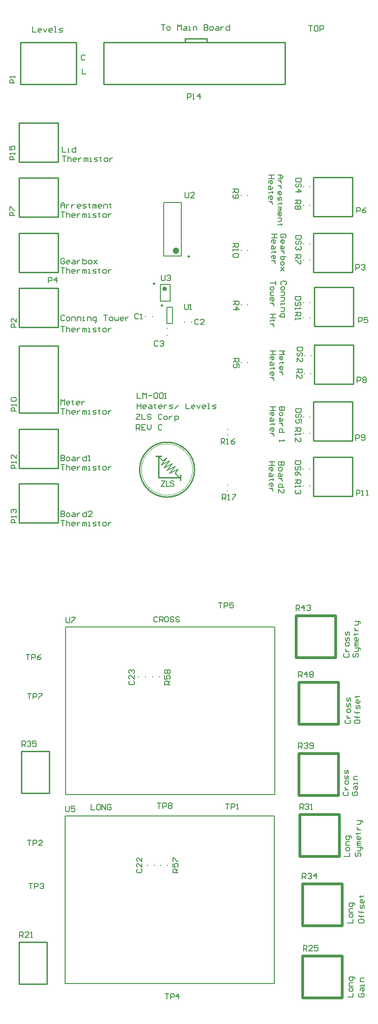
<source format=gbr>
G04 Layer_Color=65535*
%FSLAX26Y26*%
%MOIN*%
%TF.FileFunction,Legend,Top*%
%TF.Part,Single*%
G01*
G75*
%TA.AperFunction,NonConductor*%
%ADD46C,0.007874*%
%ADD47C,0.009842*%
%ADD48C,0.023622*%
%ADD67C,0.003937*%
%ADD68C,0.010000*%
%ADD69C,0.015748*%
%ADD70C,0.005000*%
%ADD71C,0.020000*%
D46*
X1168048Y5005364D02*
X1207418D01*
X1168048Y4887254D02*
X1207418D01*
X1168048D02*
Y5005364D01*
X1207418Y4887254D02*
Y5005364D01*
X1273010Y5370338D02*
Y5756164D01*
X1147026Y5370338D02*
Y5756164D01*
Y5370338D02*
X1273010D01*
X1147026Y5756164D02*
X1273010D01*
X1602534Y4133056D02*
X1606472D01*
X1602534Y4089748D02*
X1606472D01*
X2147578Y4099774D02*
Y4103712D01*
X2190884Y4099774D02*
Y4103712D01*
X2147362Y5868032D02*
Y5871970D01*
X2192636Y5868032D02*
Y5871970D01*
X1602536Y3733056D02*
X1606474D01*
X1602536Y3689750D02*
X1606474D01*
X1746002Y4607646D02*
Y4611584D01*
X1702696Y4607646D02*
Y4611584D01*
X1746004Y5021032D02*
Y5024970D01*
X1702696Y5021032D02*
Y5024970D01*
X1746002Y5410798D02*
Y5414736D01*
X1702694Y5410798D02*
Y5414736D01*
X2147576Y3725760D02*
Y3729696D01*
X2190884Y3725760D02*
Y3729696D01*
X2147362Y4218032D02*
Y4221968D01*
X2192638Y4218032D02*
Y4221968D01*
X1120806Y5047686D02*
X1191672D01*
X1120806Y5167766D02*
X1191672D01*
Y5047686D02*
Y5167766D01*
X1120806Y5047686D02*
Y5167766D01*
X2147576Y5733634D02*
Y5737572D01*
X2190882Y5733634D02*
Y5737572D01*
X2147576Y5339930D02*
Y5343868D01*
X2190884Y5339930D02*
Y5343868D01*
X2155448Y4528908D02*
Y4532844D01*
X2198756Y4528908D02*
Y4532844D01*
X2147576Y4926544D02*
Y4930480D01*
X2190884Y4926544D02*
Y4930480D01*
X2146592Y3843870D02*
Y3847808D01*
X2191868Y3843870D02*
Y3847808D01*
X2147362Y5458032D02*
Y5461968D01*
X2192638Y5458032D02*
Y5461968D01*
X2157362Y4658032D02*
Y4661970D01*
X2202636Y4658032D02*
Y4661970D01*
X2147362Y5038032D02*
Y5041968D01*
X2192638Y5038032D02*
Y5041968D01*
X1746002Y5804498D02*
Y5808436D01*
X1702694Y5804498D02*
Y5808436D01*
X438324Y160208D02*
X1938324D01*
Y1360208D01*
X438324D02*
X1938324D01*
X438324Y835208D02*
Y1360208D01*
Y160208D02*
Y685208D01*
Y760208D01*
Y835208D01*
X443246Y2113554D02*
Y2188554D01*
Y2038554D02*
Y2113554D01*
Y1513554D02*
Y2038554D01*
Y2188554D02*
Y2713554D01*
X1943246D01*
Y1513554D02*
Y2713554D01*
X443246Y1513554D02*
X1943246D01*
X1064606Y4938032D02*
Y4941970D01*
X1015394Y4938032D02*
Y4941970D01*
X1295394Y4898032D02*
Y4901968D01*
X1344606Y4898032D02*
Y4901968D01*
X1168032Y4854606D02*
X1171968D01*
X1168032Y4805394D02*
X1171968D01*
X966394Y2357032D02*
Y2360968D01*
X1015606Y2357032D02*
Y2360968D01*
X1113622Y2358032D02*
Y2361968D01*
X1066378Y2358032D02*
Y2361968D01*
X1173622Y1008030D02*
Y1011968D01*
X1126378Y1008030D02*
Y1011968D01*
X1030394Y1008032D02*
Y1011968D01*
X1079606Y1008032D02*
Y1011968D01*
X417874Y6153358D02*
Y6114001D01*
X444112D01*
X457231D02*
X470351D01*
X463791D01*
Y6140239D01*
X457231D01*
X516267Y6153358D02*
Y6114001D01*
X496589D01*
X490029Y6120560D01*
Y6133679D01*
X496589Y6140239D01*
X516267D01*
X417874Y6087231D02*
X444112D01*
X430993D01*
Y6047874D01*
X457231Y6087231D02*
Y6047874D01*
Y6067553D01*
X463791Y6074112D01*
X476910D01*
X483470Y6067553D01*
Y6047874D01*
X516268D02*
X503148D01*
X496589Y6054434D01*
Y6067553D01*
X503148Y6074112D01*
X516268D01*
X522827Y6067553D01*
Y6060993D01*
X496589D01*
X535946Y6074112D02*
Y6047874D01*
Y6060993D01*
X542506Y6067553D01*
X549065Y6074112D01*
X555625D01*
X575304Y6047874D02*
Y6074112D01*
X581863D01*
X588423Y6067553D01*
Y6047874D01*
Y6067553D01*
X594982Y6074112D01*
X601542Y6067553D01*
Y6047874D01*
X614661D02*
X627780D01*
X621221D01*
Y6074112D01*
X614661D01*
X647459Y6047874D02*
X667138D01*
X673697Y6054434D01*
X667138Y6060993D01*
X654018D01*
X647459Y6067553D01*
X654018Y6074112D01*
X673697D01*
X693376Y6080672D02*
Y6074112D01*
X686816D01*
X699935D01*
X693376D01*
Y6054434D01*
X699935Y6047874D01*
X726174D02*
X739293D01*
X745852Y6054434D01*
Y6067553D01*
X739293Y6074112D01*
X726174D01*
X719614Y6067553D01*
Y6054434D01*
X726174Y6047874D01*
X758971Y6074112D02*
Y6047874D01*
Y6060993D01*
X765531Y6067553D01*
X772091Y6074112D01*
X778650D01*
X1974001Y4692126D02*
X2013358D01*
X2000239Y4679007D01*
X2013358Y4665888D01*
X1974001D01*
Y4633090D02*
Y4646209D01*
X1980560Y4652769D01*
X1993679D01*
X2000239Y4646209D01*
Y4633090D01*
X1993679Y4626530D01*
X1987120D01*
Y4652769D01*
X2006798Y4606852D02*
X2000239D01*
Y4613411D01*
Y4600292D01*
Y4606852D01*
X1980560D01*
X1974001Y4600292D01*
Y4560935D02*
Y4574054D01*
X1980560Y4580613D01*
X1993679D01*
X2000239Y4574054D01*
Y4560935D01*
X1993679Y4554375D01*
X1987120D01*
Y4580613D01*
X2000239Y4541256D02*
X1974001D01*
X1987120D01*
X1993679Y4534696D01*
X2000239Y4528137D01*
Y4521577D01*
X1947231Y4692126D02*
X1907874D01*
X1927553D01*
Y4665888D01*
X1947231D01*
X1907874D01*
Y4633090D02*
Y4646209D01*
X1914434Y4652769D01*
X1927553D01*
X1934112Y4646209D01*
Y4633090D01*
X1927553Y4626530D01*
X1920993D01*
Y4652769D01*
X1934112Y4606852D02*
Y4593733D01*
X1927553Y4587173D01*
X1907874D01*
Y4606852D01*
X1914434Y4613411D01*
X1920993Y4606852D01*
Y4587173D01*
X1940672Y4567494D02*
X1934112D01*
Y4574054D01*
Y4560935D01*
Y4567494D01*
X1914434D01*
X1907874Y4560935D01*
Y4521577D02*
Y4534696D01*
X1914434Y4541256D01*
X1927553D01*
X1934112Y4534696D01*
Y4521577D01*
X1927553Y4515018D01*
X1920993D01*
Y4541256D01*
X1934112Y4501899D02*
X1907874D01*
X1920993D01*
X1927553Y4495339D01*
X1934112Y4488779D01*
Y4482220D01*
X2008358Y3897126D02*
X1969001D01*
Y3877447D01*
X1975560Y3870888D01*
X1982120D01*
X1988679Y3877447D01*
Y3897126D01*
Y3877447D01*
X1995239Y3870888D01*
X2001798D01*
X2008358Y3877447D01*
Y3897126D01*
X1969001Y3851209D02*
Y3838090D01*
X1975560Y3831530D01*
X1988679D01*
X1995239Y3838090D01*
Y3851209D01*
X1988679Y3857769D01*
X1975560D01*
X1969001Y3851209D01*
X1995239Y3811852D02*
Y3798733D01*
X1988679Y3792173D01*
X1969001D01*
Y3811852D01*
X1975560Y3818411D01*
X1982120Y3811852D01*
Y3792173D01*
X1995239Y3779054D02*
X1969001D01*
X1982120D01*
X1988679Y3772494D01*
X1995239Y3765935D01*
Y3759375D01*
X2008358Y3713458D02*
X1969001D01*
Y3733137D01*
X1975560Y3739696D01*
X1988679D01*
X1995239Y3733137D01*
Y3713458D01*
X1969001Y3674101D02*
Y3700339D01*
X1995239Y3674101D01*
X2001798D01*
X2008358Y3680660D01*
Y3693779D01*
X2001798Y3700339D01*
X1942231Y3897126D02*
X1902874D01*
X1922553D01*
Y3870888D01*
X1942231D01*
X1902874D01*
Y3838090D02*
Y3851209D01*
X1909434Y3857769D01*
X1922553D01*
X1929112Y3851209D01*
Y3838090D01*
X1922553Y3831530D01*
X1915993D01*
Y3857769D01*
X1929112Y3811852D02*
Y3798733D01*
X1922553Y3792173D01*
X1902874D01*
Y3811852D01*
X1909434Y3818411D01*
X1915993Y3811852D01*
Y3792173D01*
X1935672Y3772494D02*
X1929112D01*
Y3779054D01*
Y3765935D01*
Y3772494D01*
X1909434D01*
X1902874Y3765935D01*
Y3726577D02*
Y3739696D01*
X1909434Y3746256D01*
X1922553D01*
X1929112Y3739696D01*
Y3726577D01*
X1922553Y3720018D01*
X1915993D01*
Y3746256D01*
X1929112Y3706899D02*
X1902874D01*
X1915993D01*
X1922553Y3700339D01*
X1929112Y3693780D01*
Y3687220D01*
X2019917Y5165888D02*
X2026477Y5172447D01*
Y5185566D01*
X2019917Y5192126D01*
X1993679D01*
X1987120Y5185566D01*
Y5172447D01*
X1993679Y5165888D01*
X1987120Y5146209D02*
Y5133090D01*
X1993679Y5126530D01*
X2006798D01*
X2013358Y5133090D01*
Y5146209D01*
X2006798Y5152769D01*
X1993679D01*
X1987120Y5146209D01*
Y5113411D02*
X2013358D01*
Y5093733D01*
X2006798Y5087173D01*
X1987120D01*
Y5074054D02*
X2013358D01*
Y5054375D01*
X2006798Y5047816D01*
X1987120D01*
Y5034696D02*
Y5021577D01*
Y5028137D01*
X2013358D01*
Y5034696D01*
X1987120Y5001899D02*
X2013358D01*
Y4982220D01*
X2006798Y4975660D01*
X1987120D01*
X1974001Y4949422D02*
Y4942863D01*
X1980560Y4936303D01*
X2013358D01*
Y4955982D01*
X2006798Y4962541D01*
X1993679D01*
X1987120Y4955982D01*
Y4936303D01*
X1947231Y5192126D02*
Y5165888D01*
Y5179007D01*
X1907874D01*
Y5146209D02*
Y5133090D01*
X1914434Y5126530D01*
X1927553D01*
X1934112Y5133090D01*
Y5146209D01*
X1927553Y5152769D01*
X1914434D01*
X1907874Y5146209D01*
X1934112Y5113411D02*
X1914434D01*
X1907874Y5106852D01*
X1914434Y5100292D01*
X1907874Y5093733D01*
X1914434Y5087173D01*
X1934112D01*
X1907874Y5054375D02*
Y5067494D01*
X1914434Y5074054D01*
X1927553D01*
X1934112Y5067494D01*
Y5054375D01*
X1927553Y5047816D01*
X1920993D01*
Y5074054D01*
X1934112Y5034696D02*
X1907874D01*
X1920993D01*
X1927553Y5028137D01*
X1934112Y5021577D01*
Y5015018D01*
X1947231Y4955982D02*
X1907874D01*
X1927553D01*
Y4929743D01*
X1947231D01*
X1907874D01*
X1940672Y4910065D02*
X1934112D01*
Y4916624D01*
Y4903505D01*
Y4910065D01*
X1914434D01*
X1907874Y4903505D01*
X1934112Y4883826D02*
X1907874D01*
X1920993D01*
X1927553Y4877267D01*
X1934112Y4870707D01*
Y4864148D01*
X407874Y3943358D02*
Y3904001D01*
X427553D01*
X434112Y3910560D01*
Y3917120D01*
X427553Y3923679D01*
X407874D01*
X427553D01*
X434112Y3930239D01*
Y3936798D01*
X427553Y3943358D01*
X407874D01*
X453791Y3904001D02*
X466910D01*
X473470Y3910560D01*
Y3923679D01*
X466910Y3930239D01*
X453791D01*
X447231Y3923679D01*
Y3910560D01*
X453791Y3904001D01*
X493148Y3930239D02*
X506267D01*
X512827Y3923679D01*
Y3904001D01*
X493148D01*
X486589Y3910560D01*
X493148Y3917120D01*
X512827D01*
X525946Y3930239D02*
Y3904001D01*
Y3917120D01*
X532506Y3923679D01*
X539065Y3930239D01*
X545625D01*
X591542Y3943358D02*
Y3904001D01*
X571863D01*
X565304Y3910560D01*
Y3923679D01*
X571863Y3930239D01*
X591542D01*
X604661Y3904001D02*
X617780D01*
X611221D01*
Y3943358D01*
X604661Y3936798D01*
X407874Y3877231D02*
X434112D01*
X420993D01*
Y3837874D01*
X447231Y3877231D02*
Y3837874D01*
Y3857553D01*
X453791Y3864112D01*
X466910D01*
X473470Y3857553D01*
Y3837874D01*
X506267D02*
X493148D01*
X486589Y3844434D01*
Y3857553D01*
X493148Y3864112D01*
X506267D01*
X512827Y3857553D01*
Y3850993D01*
X486589D01*
X525946Y3864112D02*
Y3837874D01*
Y3850993D01*
X532506Y3857553D01*
X539065Y3864112D01*
X545625D01*
X565304Y3837874D02*
Y3864112D01*
X571863D01*
X578423Y3857553D01*
Y3837874D01*
Y3857553D01*
X584982Y3864112D01*
X591542Y3857553D01*
Y3837874D01*
X604661D02*
X617780D01*
X611221D01*
Y3864112D01*
X604661D01*
X637459Y3837874D02*
X657138D01*
X663697Y3844434D01*
X657138Y3850993D01*
X644018D01*
X637459Y3857553D01*
X644018Y3864112D01*
X663697D01*
X683376Y3870672D02*
Y3864112D01*
X676816D01*
X689935D01*
X683376D01*
Y3844434D01*
X689935Y3837874D01*
X716174D02*
X729293D01*
X735852Y3844434D01*
Y3857553D01*
X729293Y3864112D01*
X716174D01*
X709614Y3857553D01*
Y3844434D01*
X716174Y3837874D01*
X748971Y3864112D02*
Y3837874D01*
Y3850993D01*
X755531Y3857553D01*
X762091Y3864112D01*
X768650D01*
X2438908Y1072276D02*
X2478265D01*
Y1098514D01*
Y1118193D02*
Y1131312D01*
X2471706Y1137871D01*
X2458586D01*
X2452027Y1131312D01*
Y1118193D01*
X2458586Y1111633D01*
X2471706D01*
X2478265Y1118193D01*
Y1150990D02*
X2452027D01*
Y1170669D01*
X2458586Y1177229D01*
X2478265D01*
X2491384Y1203467D02*
Y1210026D01*
X2484825Y1216586D01*
X2452027D01*
Y1196907D01*
X2458586Y1190348D01*
X2471706D01*
X2478265Y1196907D01*
Y1216586D01*
X2524713Y1098514D02*
X2518153Y1091954D01*
Y1078835D01*
X2524713Y1072276D01*
X2531273D01*
X2537832Y1078835D01*
Y1091954D01*
X2544392Y1098514D01*
X2550951D01*
X2557511Y1091954D01*
Y1078835D01*
X2550951Y1072276D01*
X2531273Y1111633D02*
X2550951D01*
X2557511Y1118193D01*
Y1137871D01*
X2564070D01*
X2570630Y1131312D01*
Y1124752D01*
X2557511Y1137871D02*
X2531273D01*
X2557511Y1150990D02*
X2531273D01*
Y1157550D01*
X2537832Y1164110D01*
X2557511D01*
X2537832D01*
X2531273Y1170669D01*
X2537832Y1177229D01*
X2557511D01*
Y1210026D02*
Y1196907D01*
X2550951Y1190348D01*
X2537832D01*
X2531273Y1196907D01*
Y1210026D01*
X2537832Y1216586D01*
X2544392D01*
Y1190348D01*
X2524713Y1236265D02*
X2531273D01*
Y1229705D01*
Y1242824D01*
Y1236265D01*
X2550951D01*
X2557511Y1242824D01*
X2531273Y1262503D02*
X2557511D01*
X2544392D01*
X2537832Y1269063D01*
X2531273Y1275622D01*
Y1282182D01*
Y1301860D02*
X2550951D01*
X2557511Y1308420D01*
Y1328099D01*
X2564070D01*
X2570630Y1321539D01*
Y1314979D01*
X2557511Y1328099D02*
X2531273D01*
X204724Y7015735D02*
Y6976378D01*
X230963D01*
X263760D02*
X250641D01*
X244082Y6982938D01*
Y6996057D01*
X250641Y7002616D01*
X263760D01*
X270320Y6996057D01*
Y6989497D01*
X244082D01*
X283439Y7002616D02*
X296558Y6976378D01*
X309677Y7002616D01*
X342475Y6976378D02*
X329356D01*
X322797Y6982938D01*
Y6996057D01*
X329356Y7002616D01*
X342475D01*
X349035Y6996057D01*
Y6989497D01*
X322797D01*
X362154Y6976378D02*
X375273D01*
X368714D01*
Y7015735D01*
X362154D01*
X394952Y6976378D02*
X414630D01*
X421190Y6982938D01*
X414630Y6989497D01*
X401511D01*
X394952Y6996057D01*
X401511Y7002616D01*
X421190D01*
X407874Y5714001D02*
Y5740239D01*
X420993Y5753358D01*
X434112Y5740239D01*
Y5714001D01*
Y5733679D01*
X407874D01*
X447231Y5740239D02*
Y5714001D01*
Y5727120D01*
X453791Y5733679D01*
X460351Y5740239D01*
X466910D01*
X486589D02*
Y5714001D01*
Y5727120D01*
X493148Y5733679D01*
X499708Y5740239D01*
X506267D01*
X545625Y5714001D02*
X532506D01*
X525946Y5720560D01*
Y5733679D01*
X532506Y5740239D01*
X545625D01*
X552184Y5733679D01*
Y5727120D01*
X525946D01*
X565304Y5714001D02*
X584982D01*
X591542Y5720560D01*
X584982Y5727120D01*
X571863D01*
X565304Y5733679D01*
X571863Y5740239D01*
X591542D01*
X611221Y5746798D02*
Y5740239D01*
X604661D01*
X617780D01*
X611221D01*
Y5720560D01*
X617780Y5714001D01*
X637459D02*
Y5740239D01*
X644018D01*
X650578Y5733679D01*
Y5714001D01*
Y5733679D01*
X657138Y5740239D01*
X663697Y5733679D01*
Y5714001D01*
X696495D02*
X683376D01*
X676816Y5720560D01*
Y5733679D01*
X683376Y5740239D01*
X696495D01*
X703054Y5733679D01*
Y5727120D01*
X676816D01*
X716174Y5714001D02*
Y5740239D01*
X735852D01*
X742412Y5733679D01*
Y5714001D01*
X762091Y5746798D02*
Y5740239D01*
X755531D01*
X768650D01*
X762091D01*
Y5720560D01*
X768650Y5714001D01*
X407874Y5687231D02*
X434112D01*
X420993D01*
Y5647874D01*
X447231Y5687231D02*
Y5647874D01*
Y5667553D01*
X453791Y5674112D01*
X466910D01*
X473470Y5667553D01*
Y5647874D01*
X506267D02*
X493148D01*
X486589Y5654434D01*
Y5667553D01*
X493148Y5674112D01*
X506267D01*
X512827Y5667553D01*
Y5660993D01*
X486589D01*
X525946Y5674112D02*
Y5647874D01*
Y5660993D01*
X532506Y5667553D01*
X539065Y5674112D01*
X545625D01*
X565304Y5647874D02*
Y5674112D01*
X571863D01*
X578423Y5667553D01*
Y5647874D01*
Y5667553D01*
X584982Y5674112D01*
X591542Y5667553D01*
Y5647874D01*
X604661D02*
X617780D01*
X611221D01*
Y5674112D01*
X604661D01*
X637459Y5647874D02*
X657138D01*
X663697Y5654434D01*
X657138Y5660993D01*
X644018D01*
X637459Y5667553D01*
X644018Y5674112D01*
X663697D01*
X683376Y5680672D02*
Y5674112D01*
X676816D01*
X689935D01*
X683376D01*
Y5654434D01*
X689935Y5647874D01*
X716174D02*
X729293D01*
X735852Y5654434D01*
Y5667553D01*
X729293Y5674112D01*
X716174D01*
X709614Y5667553D01*
Y5654434D01*
X716174Y5647874D01*
X748971Y5674112D02*
Y5647874D01*
Y5660993D01*
X755531Y5667553D01*
X762091Y5674112D01*
X768650D01*
X2464027Y64276D02*
X2503384D01*
Y90514D01*
Y110193D02*
Y123312D01*
X2496825Y129871D01*
X2483706D01*
X2477146Y123312D01*
Y110193D01*
X2483706Y103633D01*
X2496825D01*
X2503384Y110193D01*
Y142990D02*
X2477146D01*
Y162669D01*
X2483706Y169229D01*
X2503384D01*
X2516503Y195467D02*
Y202026D01*
X2509944Y208586D01*
X2477146D01*
Y188907D01*
X2483706Y182348D01*
X2496825D01*
X2503384Y188907D01*
Y208586D01*
X2549832Y90514D02*
X2543273Y83954D01*
Y70835D01*
X2549832Y64276D01*
X2576070D01*
X2582630Y70835D01*
Y83954D01*
X2576070Y90514D01*
X2562951D01*
Y77395D01*
X2556392Y110193D02*
Y123312D01*
X2562951Y129871D01*
X2582630D01*
Y110193D01*
X2576070Y103633D01*
X2569511Y110193D01*
Y129871D01*
X2582630Y142990D02*
Y156109D01*
Y149550D01*
X2556392D01*
Y142990D01*
X2582630Y175788D02*
X2556392D01*
Y195467D01*
X2562951Y202026D01*
X2582630D01*
X407874Y4304001D02*
Y4343358D01*
X420993Y4330239D01*
X434112Y4343358D01*
Y4304001D01*
X466910D02*
X453791D01*
X447231Y4310560D01*
Y4323679D01*
X453791Y4330239D01*
X466910D01*
X473470Y4323679D01*
Y4317120D01*
X447231D01*
X493148Y4336798D02*
Y4330239D01*
X486589D01*
X499708D01*
X493148D01*
Y4310560D01*
X499708Y4304001D01*
X539065D02*
X525946D01*
X519387Y4310560D01*
Y4323679D01*
X525946Y4330239D01*
X539065D01*
X545625Y4323679D01*
Y4317120D01*
X519387D01*
X558744Y4330239D02*
Y4304001D01*
Y4317120D01*
X565304Y4323679D01*
X571863Y4330239D01*
X578423D01*
X407874Y4277231D02*
X434112D01*
X420993D01*
Y4237874D01*
X447231Y4277231D02*
Y4237874D01*
Y4257553D01*
X453791Y4264112D01*
X466910D01*
X473470Y4257553D01*
Y4237874D01*
X506267D02*
X493148D01*
X486589Y4244434D01*
Y4257553D01*
X493148Y4264112D01*
X506267D01*
X512827Y4257553D01*
Y4250993D01*
X486589D01*
X525946Y4264112D02*
Y4237874D01*
Y4250993D01*
X532506Y4257553D01*
X539065Y4264112D01*
X545625D01*
X565304Y4237874D02*
Y4264112D01*
X571863D01*
X578423Y4257553D01*
Y4237874D01*
Y4257553D01*
X584982Y4264112D01*
X591542Y4257553D01*
Y4237874D01*
X604661D02*
X617780D01*
X611221D01*
Y4264112D01*
X604661D01*
X637459Y4237874D02*
X657138D01*
X663697Y4244434D01*
X657138Y4250993D01*
X644018D01*
X637459Y4257553D01*
X644018Y4264112D01*
X663697D01*
X683376Y4270672D02*
Y4264112D01*
X676816D01*
X689935D01*
X683376D01*
Y4244434D01*
X689935Y4237874D01*
X716174D02*
X729293D01*
X735852Y4244434D01*
Y4257553D01*
X729293Y4264112D01*
X716174D01*
X709614Y4257553D01*
Y4244434D01*
X716174Y4237874D01*
X748971Y4264112D02*
Y4237874D01*
Y4250993D01*
X755531Y4257553D01*
X762091Y4264112D01*
X768650D01*
X581616Y6806073D02*
X575057Y6812633D01*
X561938D01*
X555378Y6806073D01*
Y6779835D01*
X561938Y6773276D01*
X575057D01*
X581616Y6779835D01*
X2462027Y594276D02*
X2501384D01*
Y620514D01*
Y640193D02*
Y653312D01*
X2494825Y659871D01*
X2481706D01*
X2475146Y653312D01*
Y640193D01*
X2481706Y633633D01*
X2494825D01*
X2501384Y640193D01*
Y672990D02*
X2475146D01*
Y692669D01*
X2481706Y699229D01*
X2501384D01*
X2514503Y725467D02*
Y732027D01*
X2507944Y738586D01*
X2475146D01*
Y718907D01*
X2481706Y712348D01*
X2494825D01*
X2501384Y718907D01*
Y738586D01*
X2541273Y613954D02*
Y600835D01*
X2547832Y594276D01*
X2574070D01*
X2580630Y600835D01*
Y613954D01*
X2574070Y620514D01*
X2547832D01*
X2541273Y613954D01*
X2580630Y640193D02*
X2547832D01*
X2560951D01*
Y633633D01*
Y646752D01*
Y640193D01*
X2547832D01*
X2541273Y646752D01*
X2580630Y672990D02*
X2547832D01*
X2560951D01*
Y666431D01*
Y679550D01*
Y672990D01*
X2547832D01*
X2541273Y679550D01*
X2580630Y699229D02*
Y718907D01*
X2574070Y725467D01*
X2567511Y718907D01*
Y705788D01*
X2560951Y699229D01*
X2554392Y705788D01*
Y725467D01*
X2580630Y758265D02*
Y745146D01*
X2574070Y738586D01*
X2560951D01*
X2554392Y745146D01*
Y758265D01*
X2560951Y764824D01*
X2567511D01*
Y738586D01*
X2547832Y784503D02*
X2554392D01*
Y777943D01*
Y791062D01*
Y784503D01*
X2574070D01*
X2580630Y791062D01*
X1127874Y7027231D02*
X1154112D01*
X1140993D01*
Y6987874D01*
X1173791D02*
X1186910D01*
X1193470Y6994434D01*
Y7007553D01*
X1186910Y7014112D01*
X1173791D01*
X1167231Y7007553D01*
Y6994434D01*
X1173791Y6987874D01*
X1245946D02*
Y7027231D01*
X1259065Y7014112D01*
X1272184Y7027231D01*
Y6987874D01*
X1291863Y7014112D02*
X1304982D01*
X1311542Y7007553D01*
Y6987874D01*
X1291863D01*
X1285304Y6994434D01*
X1291863Y7000993D01*
X1311542D01*
X1324661Y6987874D02*
X1337780D01*
X1331221D01*
Y7014112D01*
X1324661D01*
X1357459Y6987874D02*
Y7014112D01*
X1377138D01*
X1383697Y7007553D01*
Y6987874D01*
X1436174Y7027231D02*
Y6987874D01*
X1455852D01*
X1462412Y6994434D01*
Y7000993D01*
X1455852Y7007553D01*
X1436174D01*
X1455852D01*
X1462412Y7014112D01*
Y7020672D01*
X1455852Y7027231D01*
X1436174D01*
X1482091Y6987874D02*
X1495210D01*
X1501769Y6994434D01*
Y7007553D01*
X1495210Y7014112D01*
X1482091D01*
X1475531Y7007553D01*
Y6994434D01*
X1482091Y6987874D01*
X1521448Y7014112D02*
X1534567D01*
X1541127Y7007553D01*
Y6987874D01*
X1521448D01*
X1514888Y6994434D01*
X1521448Y7000993D01*
X1541127D01*
X1554246Y7014112D02*
Y6987874D01*
Y7000993D01*
X1560805Y7007553D01*
X1567365Y7014112D01*
X1573925D01*
X1619841Y7027231D02*
Y6987874D01*
X1600163D01*
X1593603Y6994434D01*
Y7007553D01*
X1600163Y7014112D01*
X1619841D01*
X2016798Y5500888D02*
X2023358Y5507447D01*
Y5520566D01*
X2016798Y5527126D01*
X1990560D01*
X1984001Y5520566D01*
Y5507447D01*
X1990560Y5500888D01*
X2003679D01*
Y5514007D01*
X1984001Y5468090D02*
Y5481209D01*
X1990560Y5487769D01*
X2003679D01*
X2010239Y5481209D01*
Y5468090D01*
X2003679Y5461530D01*
X1997120D01*
Y5487769D01*
X2010239Y5441852D02*
Y5428733D01*
X2003679Y5422173D01*
X1984001D01*
Y5441852D01*
X1990560Y5448411D01*
X1997120Y5441852D01*
Y5422173D01*
X2010239Y5409054D02*
X1984001D01*
X1997120D01*
X2003679Y5402494D01*
X2010239Y5395935D01*
Y5389375D01*
X2023358Y5369696D02*
X1984001D01*
Y5350018D01*
X1990560Y5343458D01*
X1997120D01*
X2003679D01*
X2010239Y5350018D01*
Y5369696D01*
X1984001Y5323779D02*
Y5310660D01*
X1990560Y5304101D01*
X2003679D01*
X2010239Y5310660D01*
Y5323779D01*
X2003679Y5330339D01*
X1990560D01*
X1984001Y5323779D01*
X2010239Y5290982D02*
X1984001Y5264743D01*
X1997120Y5277863D01*
X2010239Y5264743D01*
X1984001Y5290982D01*
X1957231Y5527126D02*
X1917874D01*
X1937553D01*
Y5500888D01*
X1957231D01*
X1917874D01*
Y5468090D02*
Y5481209D01*
X1924434Y5487769D01*
X1937553D01*
X1944112Y5481209D01*
Y5468090D01*
X1937553Y5461530D01*
X1930993D01*
Y5487769D01*
X1944112Y5441852D02*
Y5428733D01*
X1937553Y5422173D01*
X1917874D01*
Y5441852D01*
X1924434Y5448411D01*
X1930993Y5441852D01*
Y5422173D01*
X1950672Y5402494D02*
X1944112D01*
Y5409054D01*
Y5395935D01*
Y5402494D01*
X1924434D01*
X1917874Y5395935D01*
Y5356577D02*
Y5369696D01*
X1924434Y5376256D01*
X1937553D01*
X1944112Y5369696D01*
Y5356577D01*
X1937553Y5350018D01*
X1930993D01*
Y5376256D01*
X1944112Y5336899D02*
X1917874D01*
X1930993D01*
X1937553Y5330339D01*
X1944112Y5323779D01*
Y5317220D01*
X407874Y3543358D02*
Y3504001D01*
X427553D01*
X434112Y3510560D01*
Y3517120D01*
X427553Y3523679D01*
X407874D01*
X427553D01*
X434112Y3530239D01*
Y3536798D01*
X427553Y3543358D01*
X407874D01*
X453791Y3504001D02*
X466910D01*
X473470Y3510560D01*
Y3523679D01*
X466910Y3530239D01*
X453791D01*
X447231Y3523679D01*
Y3510560D01*
X453791Y3504001D01*
X493148Y3530239D02*
X506267D01*
X512827Y3523679D01*
Y3504001D01*
X493148D01*
X486589Y3510560D01*
X493148Y3517120D01*
X512827D01*
X525946Y3530239D02*
Y3504001D01*
Y3517120D01*
X532506Y3523679D01*
X539065Y3530239D01*
X545625D01*
X591542Y3543358D02*
Y3504001D01*
X571863D01*
X565304Y3510560D01*
Y3523679D01*
X571863Y3530239D01*
X591542D01*
X630899Y3504001D02*
X604661D01*
X630899Y3530239D01*
Y3536798D01*
X624340Y3543358D01*
X611221D01*
X604661Y3536798D01*
X407874Y3477231D02*
X434112D01*
X420993D01*
Y3437874D01*
X447231Y3477231D02*
Y3437874D01*
Y3457553D01*
X453791Y3464112D01*
X466910D01*
X473470Y3457553D01*
Y3437874D01*
X506267D02*
X493148D01*
X486589Y3444434D01*
Y3457553D01*
X493148Y3464112D01*
X506267D01*
X512827Y3457553D01*
Y3450993D01*
X486589D01*
X525946Y3464112D02*
Y3437874D01*
Y3450993D01*
X532506Y3457553D01*
X539065Y3464112D01*
X545625D01*
X565304Y3437874D02*
Y3464112D01*
X571863D01*
X578423Y3457553D01*
Y3437874D01*
Y3457553D01*
X584982Y3464112D01*
X591542Y3457553D01*
Y3437874D01*
X604661D02*
X617780D01*
X611221D01*
Y3464112D01*
X604661D01*
X637459Y3437874D02*
X657138D01*
X663697Y3444434D01*
X657138Y3450993D01*
X644018D01*
X637459Y3457553D01*
X644018Y3464112D01*
X663697D01*
X683376Y3470672D02*
Y3464112D01*
X676816D01*
X689935D01*
X683376D01*
Y3444434D01*
X689935Y3437874D01*
X716174D02*
X729293D01*
X735852Y3444434D01*
Y3457553D01*
X729293Y3464112D01*
X716174D01*
X709614Y3457553D01*
Y3444434D01*
X716174Y3437874D01*
X748971Y3464112D02*
Y3437874D01*
Y3450993D01*
X755531Y3457553D01*
X762091Y3464112D01*
X768650D01*
X2453706Y2049514D02*
X2447146Y2042954D01*
Y2029835D01*
X2453706Y2023276D01*
X2479944D01*
X2486503Y2029835D01*
Y2042954D01*
X2479944Y2049514D01*
X2460265Y2062633D02*
X2486503D01*
X2473384D01*
X2466825Y2069193D01*
X2460265Y2075752D01*
Y2082312D01*
X2486503Y2108550D02*
Y2121669D01*
X2479944Y2128229D01*
X2466825D01*
X2460265Y2121669D01*
Y2108550D01*
X2466825Y2101990D01*
X2479944D01*
X2486503Y2108550D01*
Y2141348D02*
Y2161026D01*
X2479944Y2167586D01*
X2473384Y2161026D01*
Y2147907D01*
X2466825Y2141348D01*
X2460265Y2147907D01*
Y2167586D01*
X2486503Y2180705D02*
Y2200384D01*
X2479944Y2206943D01*
X2473384Y2200384D01*
Y2187265D01*
X2466825Y2180705D01*
X2460265Y2187265D01*
Y2206943D01*
X2513273Y2042954D02*
Y2029835D01*
X2519832Y2023276D01*
X2546070D01*
X2552630Y2029835D01*
Y2042954D01*
X2546070Y2049514D01*
X2519832D01*
X2513273Y2042954D01*
X2552630Y2069193D02*
X2519832D01*
X2532951D01*
Y2062633D01*
Y2075752D01*
Y2069193D01*
X2519832D01*
X2513273Y2075752D01*
X2552630Y2101990D02*
X2519832D01*
X2532951D01*
Y2095431D01*
Y2108550D01*
Y2101990D01*
X2519832D01*
X2513273Y2108550D01*
X2552630Y2128229D02*
Y2147907D01*
X2546070Y2154467D01*
X2539511Y2147907D01*
Y2134788D01*
X2532951Y2128229D01*
X2526392Y2134788D01*
Y2154467D01*
X2552630Y2187265D02*
Y2174146D01*
X2546070Y2167586D01*
X2532951D01*
X2526392Y2174146D01*
Y2187265D01*
X2532951Y2193824D01*
X2539511D01*
Y2167586D01*
X2519832Y2213503D02*
X2526392D01*
Y2206943D01*
Y2220062D01*
Y2213503D01*
X2546070D01*
X2552630Y2220062D01*
X2437706Y1534514D02*
X2431146Y1527954D01*
Y1514835D01*
X2437706Y1508276D01*
X2463944D01*
X2470503Y1514835D01*
Y1527954D01*
X2463944Y1534514D01*
X2444265Y1547633D02*
X2470503D01*
X2457384D01*
X2450825Y1554193D01*
X2444265Y1560752D01*
Y1567312D01*
X2470503Y1593550D02*
Y1606669D01*
X2463944Y1613229D01*
X2450825D01*
X2444265Y1606669D01*
Y1593550D01*
X2450825Y1586990D01*
X2463944D01*
X2470503Y1593550D01*
Y1626348D02*
Y1646026D01*
X2463944Y1652586D01*
X2457384Y1646026D01*
Y1632907D01*
X2450825Y1626348D01*
X2444265Y1632907D01*
Y1652586D01*
X2470503Y1665705D02*
Y1685384D01*
X2463944Y1691943D01*
X2457384Y1685384D01*
Y1672265D01*
X2450825Y1665705D01*
X2444265Y1672265D01*
Y1691943D01*
X2503832Y1534514D02*
X2497273Y1527954D01*
Y1514835D01*
X2503832Y1508276D01*
X2530070D01*
X2536630Y1514835D01*
Y1527954D01*
X2530070Y1534514D01*
X2516951D01*
Y1521395D01*
X2510392Y1554193D02*
Y1567312D01*
X2516951Y1573871D01*
X2536630D01*
Y1554193D01*
X2530070Y1547633D01*
X2523511Y1554193D01*
Y1573871D01*
X2536630Y1586990D02*
Y1600110D01*
Y1593550D01*
X2510392D01*
Y1586990D01*
X2536630Y1619788D02*
X2510392D01*
Y1639467D01*
X2516951Y1646026D01*
X2536630D01*
X1964001Y5952126D02*
X1990239D01*
X2003358Y5939007D01*
X1990239Y5925888D01*
X1964001D01*
X1983679D01*
Y5952126D01*
X1990239Y5912769D02*
X1964001D01*
X1977120D01*
X1983679Y5906209D01*
X1990239Y5899650D01*
Y5893090D01*
Y5873411D02*
X1964001D01*
X1977120D01*
X1983679Y5866852D01*
X1990239Y5860292D01*
Y5853733D01*
X1964001Y5814375D02*
Y5827494D01*
X1970560Y5834054D01*
X1983679D01*
X1990239Y5827494D01*
Y5814375D01*
X1983679Y5807816D01*
X1977120D01*
Y5834054D01*
X1964001Y5794696D02*
Y5775018D01*
X1970560Y5768458D01*
X1977120Y5775018D01*
Y5788137D01*
X1983679Y5794696D01*
X1990239Y5788137D01*
Y5768458D01*
X1996798Y5748779D02*
X1990239D01*
Y5755339D01*
Y5742220D01*
Y5748779D01*
X1970560D01*
X1964001Y5742220D01*
Y5722541D02*
X1990239D01*
Y5715982D01*
X1983679Y5709422D01*
X1964001D01*
X1983679D01*
X1990239Y5702863D01*
X1983679Y5696303D01*
X1964001D01*
Y5663505D02*
Y5676624D01*
X1970560Y5683184D01*
X1983679D01*
X1990239Y5676624D01*
Y5663505D01*
X1983679Y5656946D01*
X1977120D01*
Y5683184D01*
X1964001Y5643826D02*
X1990239D01*
Y5624148D01*
X1983679Y5617588D01*
X1964001D01*
X1996798Y5597909D02*
X1990239D01*
Y5604469D01*
Y5591350D01*
Y5597909D01*
X1970560D01*
X1964001Y5591350D01*
X1937231Y5952126D02*
X1897874D01*
X1917553D01*
Y5925888D01*
X1937231D01*
X1897874D01*
Y5893090D02*
Y5906209D01*
X1904434Y5912769D01*
X1917553D01*
X1924112Y5906209D01*
Y5893090D01*
X1917553Y5886530D01*
X1910993D01*
Y5912769D01*
X1924112Y5866852D02*
Y5853733D01*
X1917553Y5847173D01*
X1897874D01*
Y5866852D01*
X1904434Y5873411D01*
X1910993Y5866852D01*
Y5847173D01*
X1930672Y5827494D02*
X1924112D01*
Y5834054D01*
Y5820935D01*
Y5827494D01*
X1904434D01*
X1897874Y5820935D01*
Y5781577D02*
Y5794696D01*
X1904434Y5801256D01*
X1917553D01*
X1924112Y5794696D01*
Y5781577D01*
X1917553Y5775018D01*
X1910993D01*
Y5801256D01*
X1924112Y5761899D02*
X1897874D01*
X1910993D01*
X1917553Y5755339D01*
X1924112Y5748779D01*
Y5742220D01*
X2442586Y2524514D02*
X2436027Y2517954D01*
Y2504835D01*
X2442586Y2498276D01*
X2468825D01*
X2475384Y2504835D01*
Y2517954D01*
X2468825Y2524514D01*
X2449146Y2537633D02*
X2475384D01*
X2462265D01*
X2455706Y2544193D01*
X2449146Y2550752D01*
Y2557312D01*
X2475384Y2583550D02*
Y2596669D01*
X2468825Y2603229D01*
X2455706D01*
X2449146Y2596669D01*
Y2583550D01*
X2455706Y2576990D01*
X2468825D01*
X2475384Y2583550D01*
Y2616348D02*
Y2636026D01*
X2468825Y2642586D01*
X2462265Y2636026D01*
Y2622907D01*
X2455706Y2616348D01*
X2449146Y2622907D01*
Y2642586D01*
X2475384Y2655705D02*
Y2675384D01*
X2468825Y2681943D01*
X2462265Y2675384D01*
Y2662265D01*
X2455706Y2655705D01*
X2449146Y2662265D01*
Y2681943D01*
X2508713Y2524514D02*
X2502153Y2517954D01*
Y2504835D01*
X2508713Y2498276D01*
X2515273D01*
X2521832Y2504835D01*
Y2517954D01*
X2528392Y2524514D01*
X2534951D01*
X2541511Y2517954D01*
Y2504835D01*
X2534951Y2498276D01*
X2515273Y2537633D02*
X2534951D01*
X2541511Y2544193D01*
Y2563871D01*
X2548070D01*
X2554630Y2557312D01*
Y2550752D01*
X2541511Y2563871D02*
X2515273D01*
X2541511Y2576990D02*
X2515273D01*
Y2583550D01*
X2521832Y2590110D01*
X2541511D01*
X2521832D01*
X2515273Y2596669D01*
X2521832Y2603229D01*
X2541511D01*
Y2636026D02*
Y2622907D01*
X2534951Y2616348D01*
X2521832D01*
X2515273Y2622907D01*
Y2636026D01*
X2521832Y2642586D01*
X2528392D01*
Y2616348D01*
X2508713Y2662265D02*
X2515273D01*
Y2655705D01*
Y2668824D01*
Y2662265D01*
X2534951D01*
X2541511Y2668824D01*
X2515273Y2688503D02*
X2541511D01*
X2528392D01*
X2521832Y2695063D01*
X2515273Y2701622D01*
Y2708182D01*
Y2727860D02*
X2534951D01*
X2541511Y2734420D01*
Y2754099D01*
X2548070D01*
X2554630Y2747539D01*
Y2740979D01*
X2541511Y2754099D02*
X2515273D01*
X2013358Y4292126D02*
X1974001D01*
Y4272447D01*
X1980560Y4265888D01*
X1987120D01*
X1993679Y4272447D01*
Y4292126D01*
Y4272447D01*
X2000239Y4265888D01*
X2006798D01*
X2013358Y4272447D01*
Y4292126D01*
X1974001Y4246209D02*
Y4233090D01*
X1980560Y4226530D01*
X1993679D01*
X2000239Y4233090D01*
Y4246209D01*
X1993679Y4252769D01*
X1980560D01*
X1974001Y4246209D01*
X2000239Y4206852D02*
Y4193733D01*
X1993679Y4187173D01*
X1974001D01*
Y4206852D01*
X1980560Y4213411D01*
X1987120Y4206852D01*
Y4187173D01*
X2000239Y4174054D02*
X1974001D01*
X1987120D01*
X1993679Y4167494D01*
X2000239Y4160935D01*
Y4154375D01*
X2013358Y4108458D02*
X1974001D01*
Y4128137D01*
X1980560Y4134696D01*
X1993679D01*
X2000239Y4128137D01*
Y4108458D01*
X1974001Y4055982D02*
Y4042863D01*
Y4049422D01*
X2013358D01*
X2006798Y4055982D01*
X1947231Y4292126D02*
X1907874D01*
X1927553D01*
Y4265888D01*
X1947231D01*
X1907874D01*
Y4233090D02*
Y4246209D01*
X1914434Y4252769D01*
X1927553D01*
X1934112Y4246209D01*
Y4233090D01*
X1927553Y4226530D01*
X1920993D01*
Y4252769D01*
X1934112Y4206852D02*
Y4193733D01*
X1927553Y4187173D01*
X1907874D01*
Y4206852D01*
X1914434Y4213411D01*
X1920993Y4206852D01*
Y4187173D01*
X1940672Y4167494D02*
X1934112D01*
Y4174054D01*
Y4160935D01*
Y4167494D01*
X1914434D01*
X1907874Y4160935D01*
Y4121577D02*
Y4134696D01*
X1914434Y4141256D01*
X1927553D01*
X1934112Y4134696D01*
Y4121577D01*
X1927553Y4115018D01*
X1920993D01*
Y4141256D01*
X1934112Y4101899D02*
X1907874D01*
X1920993D01*
X1927553Y4095339D01*
X1934112Y4088780D01*
Y4082220D01*
X2185724Y7021735D02*
X2211963D01*
X2198843D01*
Y6982378D01*
X2244760Y7021735D02*
X2231641D01*
X2225082Y7015176D01*
Y6988938D01*
X2231641Y6982378D01*
X2244760D01*
X2251320Y6988938D01*
Y7015176D01*
X2244760Y7021735D01*
X2264439Y6982378D02*
Y7021735D01*
X2284118D01*
X2290677Y7015176D01*
Y7002057D01*
X2284118Y6995497D01*
X2264439D01*
X434112Y4939917D02*
X427553Y4946477D01*
X414434D01*
X407874Y4939917D01*
Y4913679D01*
X414434Y4907120D01*
X427553D01*
X434112Y4913679D01*
X453791Y4907120D02*
X466910D01*
X473470Y4913679D01*
Y4926798D01*
X466910Y4933358D01*
X453791D01*
X447231Y4926798D01*
Y4913679D01*
X453791Y4907120D01*
X486589D02*
Y4933358D01*
X506267D01*
X512827Y4926798D01*
Y4907120D01*
X525946D02*
Y4933358D01*
X545625D01*
X552184Y4926798D01*
Y4907120D01*
X565304D02*
X578423D01*
X571863D01*
Y4933358D01*
X565304D01*
X598101Y4907120D02*
Y4933358D01*
X617780D01*
X624340Y4926798D01*
Y4907120D01*
X650578Y4894001D02*
X657138D01*
X663697Y4900560D01*
Y4933358D01*
X644018D01*
X637459Y4926798D01*
Y4913679D01*
X644018Y4907120D01*
X663697D01*
X716174Y4946477D02*
X742412D01*
X729293D01*
Y4907120D01*
X762091D02*
X775210D01*
X781769Y4913679D01*
Y4926798D01*
X775210Y4933358D01*
X762091D01*
X755531Y4926798D01*
Y4913679D01*
X762091Y4907120D01*
X794888Y4933358D02*
Y4913679D01*
X801448Y4907120D01*
X808008Y4913679D01*
X814567Y4907120D01*
X821127Y4913679D01*
Y4933358D01*
X853924Y4907120D02*
X840805D01*
X834246Y4913679D01*
Y4926798D01*
X840805Y4933358D01*
X853924D01*
X860484Y4926798D01*
Y4920239D01*
X834246D01*
X873603Y4933358D02*
Y4907120D01*
Y4920239D01*
X880163Y4926798D01*
X886722Y4933358D01*
X893282D01*
X407874Y4867231D02*
X434112D01*
X420993D01*
Y4827874D01*
X447231Y4867231D02*
Y4827874D01*
Y4847553D01*
X453791Y4854112D01*
X466910D01*
X473470Y4847553D01*
Y4827874D01*
X506267D02*
X493148D01*
X486589Y4834434D01*
Y4847553D01*
X493148Y4854112D01*
X506267D01*
X512827Y4847553D01*
Y4840993D01*
X486589D01*
X525946Y4854112D02*
Y4827874D01*
Y4840993D01*
X532506Y4847553D01*
X539065Y4854112D01*
X545625D01*
X565304Y4827874D02*
Y4854112D01*
X571863D01*
X578423Y4847553D01*
Y4827874D01*
Y4847553D01*
X584982Y4854112D01*
X591542Y4847553D01*
Y4827874D01*
X604661D02*
X617780D01*
X611221D01*
Y4854112D01*
X604661D01*
X637459Y4827874D02*
X657138D01*
X663697Y4834434D01*
X657138Y4840993D01*
X644018D01*
X637459Y4847553D01*
X644018Y4854112D01*
X663697D01*
X683376Y4860672D02*
Y4854112D01*
X676816D01*
X689935D01*
X683376D01*
Y4834434D01*
X689935Y4827874D01*
X716174D02*
X729293D01*
X735852Y4834434D01*
Y4847553D01*
X729293Y4854112D01*
X716174D01*
X709614Y4847553D01*
Y4834434D01*
X716174Y4827874D01*
X748971Y4854112D02*
Y4827874D01*
Y4840993D01*
X755531Y4847553D01*
X762091Y4854112D01*
X768650D01*
X434112Y5346798D02*
X427553Y5353358D01*
X414434D01*
X407874Y5346798D01*
Y5320560D01*
X414434Y5314001D01*
X427553D01*
X434112Y5320560D01*
Y5333679D01*
X420993D01*
X466910Y5314001D02*
X453791D01*
X447231Y5320560D01*
Y5333679D01*
X453791Y5340239D01*
X466910D01*
X473470Y5333679D01*
Y5327120D01*
X447231D01*
X493148Y5340239D02*
X506267D01*
X512827Y5333679D01*
Y5314001D01*
X493148D01*
X486589Y5320560D01*
X493148Y5327120D01*
X512827D01*
X525946Y5340239D02*
Y5314001D01*
Y5327120D01*
X532506Y5333679D01*
X539065Y5340239D01*
X545625D01*
X565304Y5353358D02*
Y5314001D01*
X584982D01*
X591542Y5320560D01*
Y5327120D01*
Y5333679D01*
X584982Y5340239D01*
X565304D01*
X611221Y5314001D02*
X624340D01*
X630899Y5320560D01*
Y5333679D01*
X624340Y5340239D01*
X611221D01*
X604661Y5333679D01*
Y5320560D01*
X611221Y5314001D01*
X644018Y5340239D02*
X670257Y5314001D01*
X657138Y5327120D01*
X670257Y5340239D01*
X644018Y5314001D01*
X407874Y5287231D02*
X434112D01*
X420993D01*
Y5247874D01*
X447231Y5287231D02*
Y5247874D01*
Y5267553D01*
X453791Y5274112D01*
X466910D01*
X473470Y5267553D01*
Y5247874D01*
X506267D02*
X493148D01*
X486589Y5254434D01*
Y5267553D01*
X493148Y5274112D01*
X506267D01*
X512827Y5267553D01*
Y5260993D01*
X486589D01*
X525946Y5274112D02*
Y5247874D01*
Y5260993D01*
X532506Y5267553D01*
X539065Y5274112D01*
X545625D01*
X565304Y5247874D02*
Y5274112D01*
X571863D01*
X578423Y5267553D01*
Y5247874D01*
Y5267553D01*
X584982Y5274112D01*
X591542Y5267553D01*
Y5247874D01*
X604661D02*
X617780D01*
X611221D01*
Y5274112D01*
X604661D01*
X637459Y5247874D02*
X657138D01*
X663697Y5254434D01*
X657138Y5260993D01*
X644018D01*
X637459Y5267553D01*
X644018Y5274112D01*
X663697D01*
X683376Y5280672D02*
Y5274112D01*
X676816D01*
X689935D01*
X683376D01*
Y5254434D01*
X689935Y5247874D01*
X716174D02*
X729293D01*
X735852Y5254434D01*
Y5267553D01*
X729293Y5274112D01*
X716174D01*
X709614Y5267553D01*
Y5254434D01*
X716174Y5247874D01*
X748971Y5274112D02*
Y5247874D01*
Y5260993D01*
X755531Y5267553D01*
X762091Y5274112D01*
X768650D01*
X561378Y6712633D02*
Y6673276D01*
X587616D01*
X1155000Y89357D02*
X1181238D01*
X1168119D01*
Y50000D01*
X1194357D02*
Y89357D01*
X1214036D01*
X1220596Y82798D01*
Y69679D01*
X1214036Y63119D01*
X1194357D01*
X1253393Y50000D02*
Y89357D01*
X1233715Y69679D01*
X1259953D01*
X1100000Y1454357D02*
X1126238D01*
X1113119D01*
Y1415000D01*
X1139357D02*
Y1454357D01*
X1159036D01*
X1165596Y1447798D01*
Y1434679D01*
X1159036Y1428119D01*
X1139357D01*
X1178715Y1447798D02*
X1185274Y1454357D01*
X1198393D01*
X1204953Y1447798D01*
Y1441238D01*
X1198393Y1434679D01*
X1204953Y1428119D01*
Y1421560D01*
X1198393Y1415000D01*
X1185274D01*
X1178715Y1421560D01*
Y1428119D01*
X1185274Y1434679D01*
X1178715Y1441238D01*
Y1447798D01*
X1185274Y1434679D02*
X1198393D01*
X180000Y879357D02*
X206238D01*
X193119D01*
Y840000D01*
X219357D02*
Y879357D01*
X239036D01*
X245596Y872798D01*
Y859679D01*
X239036Y853119D01*
X219357D01*
X258715Y872798D02*
X265274Y879357D01*
X278394D01*
X284953Y872798D01*
Y866238D01*
X278394Y859679D01*
X271834D01*
X278394D01*
X284953Y853119D01*
Y846560D01*
X278394Y840000D01*
X265274D01*
X258715Y846560D01*
X170000Y1189357D02*
X196238D01*
X183119D01*
Y1150000D01*
X209357D02*
Y1189357D01*
X229036D01*
X235596Y1182798D01*
Y1169679D01*
X229036Y1163119D01*
X209357D01*
X274953Y1150000D02*
X248715D01*
X274953Y1176238D01*
Y1182798D01*
X268394Y1189357D01*
X255274D01*
X248715Y1182798D01*
X160000Y2519357D02*
X186238D01*
X173119D01*
Y2480000D01*
X199357D02*
Y2519357D01*
X219036D01*
X225596Y2512798D01*
Y2499679D01*
X219036Y2493119D01*
X199357D01*
X264953Y2519357D02*
X251834Y2512798D01*
X238715Y2499679D01*
Y2486560D01*
X245274Y2480000D01*
X258394D01*
X264953Y2486560D01*
Y2493119D01*
X258394Y2499679D01*
X238715D01*
X170000Y2239357D02*
X196238D01*
X183119D01*
Y2200000D01*
X209357D02*
Y2239357D01*
X229036D01*
X235596Y2232798D01*
Y2219679D01*
X229036Y2213119D01*
X209357D01*
X248715Y2239357D02*
X274953D01*
Y2232798D01*
X248715Y2206560D01*
Y2200000D01*
X1590000Y1449357D02*
X1616238D01*
X1603119D01*
Y1410000D01*
X1629357D02*
Y1449357D01*
X1649036D01*
X1655596Y1442798D01*
Y1429679D01*
X1649036Y1423119D01*
X1629357D01*
X1668715Y1410000D02*
X1681834D01*
X1675274D01*
Y1449357D01*
X1668715Y1442798D01*
X1540000Y2889357D02*
X1566238D01*
X1553119D01*
Y2850000D01*
X1579357D02*
Y2889357D01*
X1599036D01*
X1605596Y2882798D01*
Y2869679D01*
X1599036Y2863119D01*
X1579357D01*
X1644953Y2889357D02*
X1618715D01*
Y2869679D01*
X1631834Y2876238D01*
X1638393D01*
X1644953Y2869679D01*
Y2856560D01*
X1638393Y2850000D01*
X1625274D01*
X1618715Y2856560D01*
X1565134Y3624787D02*
Y3664145D01*
X1584812D01*
X1591372Y3657585D01*
Y3644466D01*
X1584812Y3637907D01*
X1565134D01*
X1578253D02*
X1591372Y3624787D01*
X1604491D02*
X1617610D01*
X1611051D01*
Y3664145D01*
X1604491Y3657585D01*
X1637289Y3664145D02*
X1663527D01*
Y3657585D01*
X1637289Y3631347D01*
Y3624787D01*
X1557260Y4024787D02*
Y4064145D01*
X1576938D01*
X1583498Y4057585D01*
Y4044466D01*
X1576938Y4037907D01*
X1557260D01*
X1570379D02*
X1583498Y4024787D01*
X1596617D02*
X1609736D01*
X1603177D01*
Y4064145D01*
X1596617Y4057585D01*
X1655653Y4064145D02*
X1642534Y4057585D01*
X1629415Y4044466D01*
Y4031347D01*
X1635975Y4024787D01*
X1649094D01*
X1655653Y4031347D01*
Y4037907D01*
X1649094Y4044466D01*
X1629415D01*
X2090489Y3767097D02*
X2129847D01*
Y3747418D01*
X2123287Y3740858D01*
X2110168D01*
X2103608Y3747418D01*
Y3767097D01*
Y3753977D02*
X2090489Y3740858D01*
Y3727739D02*
Y3714620D01*
Y3721180D01*
X2129847D01*
X2123287Y3727739D01*
Y3694941D02*
X2129847Y3688382D01*
Y3675263D01*
X2123287Y3668703D01*
X2116727D01*
X2110168Y3675263D01*
Y3681822D01*
Y3675263D01*
X2103608Y3668703D01*
X2097049D01*
X2090489Y3675263D01*
Y3688382D01*
X2097049Y3694941D01*
X2090489Y4141112D02*
X2129847D01*
Y4121434D01*
X2123287Y4114874D01*
X2110168D01*
X2103608Y4121434D01*
Y4141112D01*
Y4127993D02*
X2090489Y4114874D01*
Y4101755D02*
Y4088636D01*
Y4095195D01*
X2129847D01*
X2123287Y4101755D01*
X2090489Y4042719D02*
Y4068957D01*
X2116727Y4042719D01*
X2123287D01*
X2129847Y4049278D01*
Y4062398D01*
X2123287Y4068957D01*
X2527497Y3656860D02*
Y3696218D01*
X2547176D01*
X2553735Y3689658D01*
Y3676539D01*
X2547176Y3669979D01*
X2527497D01*
X2566854Y3656860D02*
X2579973D01*
X2573414D01*
Y3696218D01*
X2566854Y3689658D01*
X2599652Y3656860D02*
X2612771D01*
X2606212D01*
Y3696218D01*
X2599652Y3689658D01*
X80000Y6060000D02*
X40643D01*
Y6079679D01*
X47202Y6086238D01*
X60321D01*
X66881Y6079679D01*
Y6060000D01*
X80000Y6099357D02*
Y6112476D01*
Y6105917D01*
X40643D01*
X47202Y6099357D01*
X40643Y6158393D02*
Y6132155D01*
X60321D01*
X53762Y6145274D01*
Y6151834D01*
X60321Y6158393D01*
X73440D01*
X80000Y6151834D01*
Y6138715D01*
X73440Y6132155D01*
X80000Y6610000D02*
X40643D01*
Y6629679D01*
X47202Y6636238D01*
X60321D01*
X66881Y6629679D01*
Y6610000D01*
X80000Y6649357D02*
Y6662476D01*
Y6655917D01*
X40643D01*
X47202Y6649357D01*
X2130617Y4279055D02*
X2091260D01*
Y4259376D01*
X2097820Y4252817D01*
X2124058D01*
X2130617Y4259376D01*
Y4279055D01*
X2124058Y4213459D02*
X2130617Y4220019D01*
Y4233138D01*
X2124058Y4239698D01*
X2117498D01*
X2110939Y4233138D01*
Y4220019D01*
X2104379Y4213459D01*
X2097820D01*
X2091260Y4220019D01*
Y4233138D01*
X2097820Y4239698D01*
X2130617Y4174102D02*
Y4200340D01*
X2110939D01*
X2117498Y4187221D01*
Y4180662D01*
X2110939Y4174102D01*
X2097820D01*
X2091260Y4180662D01*
Y4193781D01*
X2097820Y4200340D01*
X2130617Y5929055D02*
X2091260D01*
Y5909376D01*
X2097820Y5902817D01*
X2124058D01*
X2130617Y5909376D01*
Y5929055D01*
X2124058Y5863459D02*
X2130617Y5870019D01*
Y5883138D01*
X2124058Y5889698D01*
X2117498D01*
X2110939Y5883138D01*
Y5870019D01*
X2104379Y5863459D01*
X2097820D01*
X2091260Y5870019D01*
Y5883138D01*
X2097820Y5889698D01*
X2091260Y5830662D02*
X2130617D01*
X2110939Y5850340D01*
Y5824102D01*
X1314504Y6496063D02*
Y6535420D01*
X1334183D01*
X1340742Y6528861D01*
Y6515742D01*
X1334183Y6509182D01*
X1314504D01*
X1353861Y6496063D02*
X1366980D01*
X1360421D01*
Y6535420D01*
X1353861Y6528861D01*
X1406338Y6496063D02*
Y6535420D01*
X1386659Y6515742D01*
X1412897D01*
X2543245Y4893081D02*
Y4932438D01*
X2562924D01*
X2569483Y4925879D01*
Y4912760D01*
X2562924Y4906200D01*
X2543245D01*
X2608841Y4932438D02*
X2582602D01*
Y4912760D01*
X2595722Y4919319D01*
X2602281D01*
X2608841Y4912760D01*
Y4899640D01*
X2602281Y4893081D01*
X2589162D01*
X2582602Y4899640D01*
X2523560Y4050561D02*
Y4089919D01*
X2543239D01*
X2549798Y4083359D01*
Y4070240D01*
X2543239Y4063680D01*
X2523560D01*
X2562917Y4057121D02*
X2569477Y4050561D01*
X2582596D01*
X2589155Y4057121D01*
Y4083359D01*
X2582596Y4089919D01*
X2569477D01*
X2562917Y4083359D01*
Y4076799D01*
X2569477Y4070240D01*
X2589155D01*
X1294347Y5026690D02*
Y4993892D01*
X1300907Y4987333D01*
X1314026D01*
X1320585Y4993892D01*
Y5026690D01*
X1333705Y4987333D02*
X1346824D01*
X1340264D01*
Y5026690D01*
X1333705Y5020131D01*
X1396238Y4912798D02*
X1389679Y4919357D01*
X1376560D01*
X1370000Y4912798D01*
Y4886560D01*
X1376560Y4880000D01*
X1389679D01*
X1396238Y4886560D01*
X1435596Y4880000D02*
X1409357D01*
X1435596Y4906238D01*
Y4912798D01*
X1429036Y4919357D01*
X1415917D01*
X1409357Y4912798D01*
X966238Y4952798D02*
X959679Y4959357D01*
X946560D01*
X940000Y4952798D01*
Y4926560D01*
X946560Y4920000D01*
X959679D01*
X966238Y4926560D01*
X979357Y4920000D02*
X992476D01*
X985917D01*
Y4959357D01*
X979357Y4952798D01*
X1128504Y5235759D02*
Y5202961D01*
X1135063Y5196402D01*
X1148183D01*
X1154742Y5202961D01*
Y5235759D01*
X1167861Y5229199D02*
X1174421Y5235759D01*
X1187540D01*
X1194100Y5229199D01*
Y5222640D01*
X1187540Y5216080D01*
X1180980D01*
X1187540D01*
X1194100Y5209521D01*
Y5202961D01*
X1187540Y5196402D01*
X1174421D01*
X1167861Y5202961D01*
X1299213Y5826759D02*
Y5793961D01*
X1305772Y5787402D01*
X1318891D01*
X1325451Y5793961D01*
Y5826759D01*
X1364808Y5787402D02*
X1338570D01*
X1364808Y5813640D01*
Y5820199D01*
X1358249Y5826759D01*
X1345130D01*
X1338570Y5820199D01*
X1641670Y5849774D02*
X1681028D01*
Y5830095D01*
X1674468Y5823535D01*
X1661349D01*
X1654789Y5830095D01*
Y5849774D01*
Y5836655D02*
X1641670Y5823535D01*
X1648230Y5810416D02*
X1641670Y5803857D01*
Y5790738D01*
X1648230Y5784178D01*
X1674468D01*
X1681028Y5790738D01*
Y5803857D01*
X1674468Y5810416D01*
X1667908D01*
X1661349Y5803857D01*
Y5784178D01*
X1641670Y5460010D02*
X1681028D01*
Y5440331D01*
X1674468Y5433772D01*
X1661349D01*
X1654789Y5440331D01*
Y5460010D01*
Y5446891D02*
X1641670Y5433772D01*
Y5420653D02*
Y5407533D01*
Y5414093D01*
X1681028D01*
X1674468Y5420653D01*
Y5387855D02*
X1681028Y5381295D01*
Y5368176D01*
X1674468Y5361617D01*
X1648230D01*
X1641670Y5368176D01*
Y5381295D01*
X1648230Y5387855D01*
X1674468D01*
X2090000Y5770000D02*
X2129357D01*
Y5750321D01*
X2122798Y5743762D01*
X2109679D01*
X2103119Y5750321D01*
Y5770000D01*
Y5756881D02*
X2090000Y5743762D01*
X2122798Y5730643D02*
X2129357Y5724083D01*
Y5710964D01*
X2122798Y5704404D01*
X2116238D01*
X2109679Y5710964D01*
X2103119Y5704404D01*
X2096560D01*
X2090000Y5710964D01*
Y5724083D01*
X2096560Y5730643D01*
X2103119D01*
X2109679Y5724083D01*
X2116238Y5730643D01*
X2122798D01*
X2109679Y5724083D02*
Y5710964D01*
X2090489Y5381270D02*
X2129847D01*
Y5361591D01*
X2123287Y5355032D01*
X2110168D01*
X2103608Y5361591D01*
Y5381270D01*
Y5368151D02*
X2090489Y5355032D01*
X2129847Y5341912D02*
Y5315674D01*
X2123287D01*
X2097049Y5341912D01*
X2090489D01*
X1645607Y4637175D02*
X1684965D01*
Y4617497D01*
X1678405Y4610937D01*
X1665286D01*
X1658726Y4617497D01*
Y4637175D01*
Y4624056D02*
X1645607Y4610937D01*
X1684965Y4571580D02*
Y4597818D01*
X1665286D01*
X1671845Y4584699D01*
Y4578139D01*
X1665286Y4571580D01*
X1652167D01*
X1645607Y4578139D01*
Y4591258D01*
X1652167Y4597818D01*
X1645607Y5046624D02*
X1684965D01*
Y5026945D01*
X1678405Y5020386D01*
X1665286D01*
X1658726Y5026945D01*
Y5046624D01*
Y5033505D02*
X1645607Y5020386D01*
Y4987588D02*
X1684965D01*
X1665286Y5007267D01*
Y4981029D01*
X2100000Y4560000D02*
X2139357D01*
Y4540321D01*
X2132798Y4533762D01*
X2119679D01*
X2113119Y4540321D01*
Y4560000D01*
Y4546881D02*
X2100000Y4533762D01*
Y4494404D02*
Y4520643D01*
X2126238Y4494404D01*
X2132798D01*
X2139357Y4500964D01*
Y4514083D01*
X2132798Y4520643D01*
X2090489Y4967884D02*
X2129847D01*
Y4948205D01*
X2123287Y4941646D01*
X2110168D01*
X2103608Y4948205D01*
Y4967884D01*
Y4954765D02*
X2090489Y4941646D01*
Y4928526D02*
Y4915407D01*
Y4921967D01*
X2129847D01*
X2123287Y4928526D01*
X90000Y4260000D02*
X50643D01*
Y4279679D01*
X57202Y4286238D01*
X70321D01*
X76881Y4279679D01*
Y4260000D01*
X90000Y4299357D02*
Y4312476D01*
Y4305917D01*
X50643D01*
X57202Y4299357D01*
Y4332155D02*
X50643Y4338715D01*
Y4351834D01*
X57202Y4358393D01*
X83440D01*
X90000Y4351834D01*
Y4338715D01*
X83440Y4332155D01*
X57202D01*
X2129847Y3904892D02*
X2090489D01*
Y3885213D01*
X2097049Y3878654D01*
X2123287D01*
X2129847Y3885213D01*
Y3904892D01*
X2123287Y3839296D02*
X2129847Y3845856D01*
Y3858975D01*
X2123287Y3865534D01*
X2116727D01*
X2110168Y3858975D01*
Y3845856D01*
X2103608Y3839296D01*
X2097049D01*
X2090489Y3845856D01*
Y3858975D01*
X2097049Y3865534D01*
X2129847Y3799939D02*
X2123287Y3813058D01*
X2110168Y3826177D01*
X2097049D01*
X2090489Y3819617D01*
Y3806498D01*
X2097049Y3799939D01*
X2103608D01*
X2110168Y3806498D01*
Y3826177D01*
X2130617Y5519055D02*
X2091260D01*
Y5499376D01*
X2097820Y5492817D01*
X2124058D01*
X2130617Y5499376D01*
Y5519055D01*
X2124058Y5453459D02*
X2130617Y5460019D01*
Y5473138D01*
X2124058Y5479698D01*
X2117498D01*
X2110939Y5473138D01*
Y5460019D01*
X2104379Y5453459D01*
X2097820D01*
X2091260Y5460019D01*
Y5473138D01*
X2097820Y5479698D01*
X2124058Y5440340D02*
X2130617Y5433781D01*
Y5420662D01*
X2124058Y5414102D01*
X2117498D01*
X2110939Y5420662D01*
Y5427221D01*
Y5420662D01*
X2104379Y5414102D01*
X2097820D01*
X2091260Y5420662D01*
Y5433781D01*
X2097820Y5440340D01*
X2140617Y4719055D02*
X2101260D01*
Y4699376D01*
X2107820Y4692817D01*
X2134058D01*
X2140617Y4699376D01*
Y4719055D01*
X2134058Y4653459D02*
X2140617Y4660019D01*
Y4673138D01*
X2134058Y4679698D01*
X2127498D01*
X2120939Y4673138D01*
Y4660019D01*
X2114379Y4653459D01*
X2107820D01*
X2101260Y4660019D01*
Y4673138D01*
X2107820Y4679698D01*
X2101260Y4614102D02*
Y4640340D01*
X2127498Y4614102D01*
X2134058D01*
X2140617Y4620662D01*
Y4633781D01*
X2134058Y4640340D01*
X2129357Y5080000D02*
X2090000D01*
Y5060321D01*
X2096560Y5053762D01*
X2122798D01*
X2129357Y5060321D01*
Y5080000D01*
X2122798Y5014404D02*
X2129357Y5020964D01*
Y5034083D01*
X2122798Y5040643D01*
X2116238D01*
X2109679Y5034083D01*
Y5020964D01*
X2103119Y5014404D01*
X2096560D01*
X2090000Y5020964D01*
Y5034083D01*
X2096560Y5040643D01*
X2090000Y5001285D02*
Y4988166D01*
Y4994726D01*
X2129357D01*
X2122798Y5001285D01*
X2523560Y5271033D02*
Y5310391D01*
X2543239D01*
X2549798Y5303831D01*
Y5290712D01*
X2543239Y5284153D01*
X2523560D01*
X2562917Y5303831D02*
X2569477Y5310391D01*
X2582596D01*
X2589155Y5303831D01*
Y5297272D01*
X2582596Y5290712D01*
X2576036D01*
X2582596D01*
X2589155Y5284153D01*
Y5277593D01*
X2582596Y5271033D01*
X2569477D01*
X2562917Y5277593D01*
X90000Y4860000D02*
X50643D01*
Y4879679D01*
X57202Y4886238D01*
X70321D01*
X76881Y4879679D01*
Y4860000D01*
X90000Y4925596D02*
Y4899357D01*
X63762Y4925596D01*
X57202D01*
X50643Y4919036D01*
Y4905917D01*
X57202Y4899357D01*
X320000Y5180000D02*
Y5219357D01*
X339679D01*
X346238Y5212798D01*
Y5199679D01*
X339679Y5193119D01*
X320000D01*
X379036Y5180000D02*
Y5219357D01*
X359357Y5199679D01*
X385596D01*
X90000Y3850000D02*
X50643D01*
Y3869679D01*
X57202Y3876238D01*
X70321D01*
X76881Y3869679D01*
Y3850000D01*
X90000Y3889357D02*
Y3902477D01*
Y3895917D01*
X50643D01*
X57202Y3889357D01*
X90000Y3948393D02*
Y3922155D01*
X63762Y3948393D01*
X57202D01*
X50643Y3941834D01*
Y3928715D01*
X57202Y3922155D01*
X80000Y5660000D02*
X40643D01*
Y5679679D01*
X47202Y5686238D01*
X60321D01*
X66881Y5679679D01*
Y5660000D01*
X40643Y5699357D02*
Y5725596D01*
X47202D01*
X73440Y5699357D01*
X80000D01*
X90000Y3460000D02*
X50643D01*
Y3479679D01*
X57202Y3486238D01*
X70321D01*
X76881Y3479679D01*
Y3460000D01*
X90000Y3499357D02*
Y3512477D01*
Y3505917D01*
X50643D01*
X57202Y3499357D01*
Y3532155D02*
X50643Y3538715D01*
Y3551834D01*
X57202Y3558393D01*
X63762D01*
X70321Y3551834D01*
Y3545274D01*
Y3551834D01*
X76881Y3558393D01*
X83440D01*
X90000Y3551834D01*
Y3538715D01*
X83440Y3532155D01*
X2530000Y5680000D02*
Y5719357D01*
X2549679D01*
X2556238Y5712798D01*
Y5699679D01*
X2549679Y5693119D01*
X2530000D01*
X2595596Y5719357D02*
X2582477Y5712798D01*
X2569357Y5699679D01*
Y5686560D01*
X2575917Y5680000D01*
X2589036D01*
X2595596Y5686560D01*
Y5693119D01*
X2589036Y5699679D01*
X2569357D01*
X2533403Y4465915D02*
Y4505273D01*
X2553081D01*
X2559641Y4498713D01*
Y4485594D01*
X2553081Y4479034D01*
X2533403D01*
X2572760Y4498713D02*
X2579320Y4505273D01*
X2592439D01*
X2598998Y4498713D01*
Y4492154D01*
X2592439Y4485594D01*
X2598998Y4479034D01*
Y4472475D01*
X2592439Y4465915D01*
X2579320D01*
X2572760Y4472475D01*
Y4479034D01*
X2579320Y4485594D01*
X2572760Y4492154D01*
Y4498713D01*
X2579320Y4485594D02*
X2592439D01*
X1106238Y4757798D02*
X1099679Y4764357D01*
X1086560D01*
X1080000Y4757798D01*
Y4731560D01*
X1086560Y4725000D01*
X1099679D01*
X1106238Y4731560D01*
X1119357Y4757798D02*
X1125917Y4764357D01*
X1139036D01*
X1145596Y4757798D01*
Y4751238D01*
X1139036Y4744679D01*
X1132476D01*
X1139036D01*
X1145596Y4738119D01*
Y4731560D01*
X1139036Y4725000D01*
X1125917D01*
X1119357Y4731560D01*
X2094072Y2831412D02*
Y2870769D01*
X2113751D01*
X2120310Y2864209D01*
Y2851090D01*
X2113751Y2844531D01*
X2094072D01*
X2107191D02*
X2120310Y2831412D01*
X2153108D02*
Y2870769D01*
X2133429Y2851090D01*
X2159668D01*
X2172787Y2864209D02*
X2179346Y2870769D01*
X2192465D01*
X2199025Y2864209D01*
Y2857650D01*
X2192465Y2851090D01*
X2185906D01*
X2192465D01*
X2199025Y2844531D01*
Y2837971D01*
X2192465Y2831412D01*
X2179346D01*
X2172787Y2837971D01*
X2121072Y1409412D02*
Y1448769D01*
X2140751D01*
X2147310Y1442209D01*
Y1429090D01*
X2140751Y1422531D01*
X2121072D01*
X2134191D02*
X2147310Y1409412D01*
X2160429Y1442209D02*
X2166989Y1448769D01*
X2180108D01*
X2186668Y1442209D01*
Y1435650D01*
X2180108Y1429090D01*
X2173548D01*
X2180108D01*
X2186668Y1422531D01*
Y1415971D01*
X2180108Y1409412D01*
X2166989D01*
X2160429Y1415971D01*
X2199787Y1409412D02*
X2212906D01*
X2206346D01*
Y1448769D01*
X2199787Y1442209D01*
X447072Y2784769D02*
Y2751971D01*
X453632Y2745412D01*
X466751D01*
X473310Y2751971D01*
Y2784769D01*
X486429D02*
X512668D01*
Y2778209D01*
X486429Y2751971D01*
Y2745412D01*
X442072Y1431769D02*
Y1398971D01*
X448632Y1392412D01*
X461751D01*
X468310Y1398971D01*
Y1431769D01*
X507668D02*
X481429D01*
Y1412090D01*
X494548Y1418650D01*
X501108D01*
X507668Y1412090D01*
Y1398971D01*
X501108Y1392412D01*
X487989D01*
X481429Y1398971D01*
X2140072Y911412D02*
Y950769D01*
X2159751D01*
X2166310Y944209D01*
Y931090D01*
X2159751Y924531D01*
X2140072D01*
X2153191D02*
X2166310Y911412D01*
X2179429Y944209D02*
X2185989Y950769D01*
X2199108D01*
X2205668Y944209D01*
Y937650D01*
X2199108Y931090D01*
X2192548D01*
X2199108D01*
X2205668Y924531D01*
Y917971D01*
X2199108Y911412D01*
X2185989D01*
X2179429Y917971D01*
X2238465Y911412D02*
Y950769D01*
X2218787Y931090D01*
X2245025D01*
X2113072Y2355412D02*
Y2394769D01*
X2132751D01*
X2139310Y2388209D01*
Y2375090D01*
X2132751Y2368531D01*
X2113072D01*
X2126191D02*
X2139310Y2355412D01*
X2172108D02*
Y2394769D01*
X2152429Y2375090D01*
X2178668D01*
X2191787Y2388209D02*
X2198346Y2394769D01*
X2211465D01*
X2218025Y2388209D01*
Y2381650D01*
X2211465Y2375090D01*
X2218025Y2368531D01*
Y2361971D01*
X2211465Y2355412D01*
X2198346D01*
X2191787Y2361971D01*
Y2368531D01*
X2198346Y2375090D01*
X2191787Y2381650D01*
Y2388209D01*
X2198346Y2375090D02*
X2211465D01*
X112072Y492412D02*
Y531769D01*
X131751D01*
X138310Y525209D01*
Y512090D01*
X131751Y505531D01*
X112072D01*
X125191D02*
X138310Y492412D01*
X177667D02*
X151429D01*
X177667Y518650D01*
Y525209D01*
X171108Y531769D01*
X157989D01*
X151429Y525209D01*
X190787Y492412D02*
X203906D01*
X197346D01*
Y531769D01*
X190787Y525209D01*
X128072Y1857412D02*
Y1896769D01*
X147751D01*
X154310Y1890209D01*
Y1877090D01*
X147751Y1870531D01*
X128072D01*
X141191D02*
X154310Y1857412D01*
X167429Y1890209D02*
X173989Y1896769D01*
X187108D01*
X193667Y1890209D01*
Y1883650D01*
X187108Y1877090D01*
X180548D01*
X187108D01*
X193667Y1870531D01*
Y1863971D01*
X187108Y1857412D01*
X173989D01*
X167429Y1863971D01*
X233025Y1896769D02*
X206787D01*
Y1877090D01*
X219906Y1883650D01*
X226465D01*
X233025Y1877090D01*
Y1863971D01*
X226465Y1857412D01*
X213346D01*
X206787Y1863971D01*
X2147504Y396402D02*
Y435759D01*
X2167183D01*
X2173742Y429199D01*
Y416080D01*
X2167183Y409521D01*
X2147504D01*
X2160623D02*
X2173742Y396402D01*
X2213099D02*
X2186861D01*
X2213099Y422640D01*
Y429199D01*
X2206540Y435759D01*
X2193421D01*
X2186861Y429199D01*
X2252457Y435759D02*
X2226219D01*
Y416080D01*
X2239338Y422640D01*
X2245897D01*
X2252457Y416080D01*
Y402961D01*
X2245897Y396402D01*
X2232778D01*
X2226219Y402961D01*
X2113072Y1845412D02*
Y1884769D01*
X2132751D01*
X2139310Y1878209D01*
Y1865090D01*
X2132751Y1858531D01*
X2113072D01*
X2126191D02*
X2139310Y1845412D01*
X2152429Y1878209D02*
X2158989Y1884769D01*
X2172108D01*
X2178668Y1878209D01*
Y1871650D01*
X2172108Y1865090D01*
X2165548D01*
X2172108D01*
X2178668Y1858531D01*
Y1851971D01*
X2172108Y1845412D01*
X2158989D01*
X2152429Y1851971D01*
X2191787D02*
X2198346Y1845412D01*
X2211465D01*
X2218025Y1851971D01*
Y1878209D01*
X2211465Y1884769D01*
X2198346D01*
X2191787Y1878209D01*
Y1871650D01*
X2198346Y1865090D01*
X2218025D01*
X957202Y981238D02*
X950643Y974679D01*
Y961560D01*
X957202Y955000D01*
X983440D01*
X990000Y961560D01*
Y974679D01*
X983440Y981238D01*
X990000Y1020596D02*
Y994357D01*
X963762Y1020596D01*
X957202D01*
X950643Y1014036D01*
Y1000917D01*
X957202Y994357D01*
X990000Y1059953D02*
Y1033715D01*
X963762Y1059953D01*
X957202D01*
X950643Y1053393D01*
Y1040274D01*
X957202Y1033715D01*
X901202Y2329238D02*
X894643Y2322679D01*
Y2309560D01*
X901202Y2303000D01*
X927440D01*
X934000Y2309560D01*
Y2322679D01*
X927440Y2329238D01*
X934000Y2368596D02*
Y2342357D01*
X907762Y2368596D01*
X901202D01*
X894643Y2362036D01*
Y2348917D01*
X901202Y2342357D01*
Y2381715D02*
X894643Y2388274D01*
Y2401394D01*
X901202Y2407953D01*
X907762D01*
X914321Y2401394D01*
Y2394834D01*
Y2401394D01*
X920881Y2407953D01*
X927440D01*
X934000Y2401394D01*
Y2388274D01*
X927440Y2381715D01*
X1250000Y955000D02*
X1210643D01*
Y974679D01*
X1217202Y981238D01*
X1230321D01*
X1236881Y974679D01*
Y955000D01*
Y968119D02*
X1250000Y981238D01*
X1210643Y1020596D02*
Y994357D01*
X1230321D01*
X1223762Y1007476D01*
Y1014036D01*
X1230321Y1020596D01*
X1243440D01*
X1250000Y1014036D01*
Y1000917D01*
X1243440Y994357D01*
X1210643Y1033715D02*
Y1059953D01*
X1217202D01*
X1243440Y1033715D01*
X1250000D01*
X1193000Y2303000D02*
X1153643D01*
Y2322679D01*
X1160202Y2329238D01*
X1173321D01*
X1179881Y2322679D01*
Y2303000D01*
Y2316119D02*
X1193000Y2329238D01*
X1153643Y2368596D02*
Y2342357D01*
X1173321D01*
X1166762Y2355477D01*
Y2362036D01*
X1173321Y2368596D01*
X1186440D01*
X1193000Y2362036D01*
Y2348917D01*
X1186440Y2342357D01*
X1160202Y2381715D02*
X1153643Y2388274D01*
Y2401394D01*
X1160202Y2407953D01*
X1166762D01*
X1173321Y2401394D01*
X1179881Y2407953D01*
X1186440D01*
X1193000Y2401394D01*
Y2388274D01*
X1186440Y2381715D01*
X1179881D01*
X1173321Y2388274D01*
X1166762Y2381715D01*
X1160202D01*
X1173321Y2388274D02*
Y2401394D01*
X625000Y1444357D02*
Y1405000D01*
X651238D01*
X684036Y1444357D02*
X670917D01*
X664357Y1437798D01*
Y1411560D01*
X670917Y1405000D01*
X684036D01*
X690596Y1411560D01*
Y1437798D01*
X684036Y1444357D01*
X703715Y1405000D02*
Y1444357D01*
X729953Y1405000D01*
Y1444357D01*
X769310Y1437798D02*
X762751Y1444357D01*
X749632D01*
X743072Y1437798D01*
Y1411560D01*
X749632Y1405000D01*
X762751D01*
X769310Y1411560D01*
Y1424679D01*
X756191D01*
X1101238Y2782798D02*
X1094679Y2789357D01*
X1081560D01*
X1075000Y2782798D01*
Y2756560D01*
X1081560Y2750000D01*
X1094679D01*
X1101238Y2756560D01*
X1114357Y2750000D02*
Y2789357D01*
X1134036D01*
X1140596Y2782798D01*
Y2769679D01*
X1134036Y2763119D01*
X1114357D01*
X1127476D02*
X1140596Y2750000D01*
X1173393Y2789357D02*
X1160274D01*
X1153715Y2782798D01*
Y2756560D01*
X1160274Y2750000D01*
X1173393D01*
X1179953Y2756560D01*
Y2782798D01*
X1173393Y2789357D01*
X1219310Y2782798D02*
X1212751Y2789357D01*
X1199632D01*
X1193072Y2782798D01*
Y2776238D01*
X1199632Y2769679D01*
X1212751D01*
X1219310Y2763119D01*
Y2756560D01*
X1212751Y2750000D01*
X1199632D01*
X1193072Y2756560D01*
X1258668Y2782798D02*
X1252108Y2789357D01*
X1238989D01*
X1232430Y2782798D01*
Y2776238D01*
X1238989Y2769679D01*
X1252108D01*
X1258668Y2763119D01*
Y2756560D01*
X1252108Y2750000D01*
X1238989D01*
X1232430Y2756560D01*
X957000Y4316357D02*
Y4277000D01*
Y4296679D01*
X983238D01*
Y4316357D01*
Y4277000D01*
X1016036D02*
X1002917D01*
X996357Y4283560D01*
Y4296679D01*
X1002917Y4303238D01*
X1016036D01*
X1022596Y4296679D01*
Y4290119D01*
X996357D01*
X1042274Y4303238D02*
X1055393D01*
X1061953Y4296679D01*
Y4277000D01*
X1042274D01*
X1035715Y4283560D01*
X1042274Y4290119D01*
X1061953D01*
X1081632Y4309798D02*
Y4303238D01*
X1075072D01*
X1088191D01*
X1081632D01*
Y4283560D01*
X1088191Y4277000D01*
X1127549D02*
X1114430D01*
X1107870Y4283560D01*
Y4296679D01*
X1114430Y4303238D01*
X1127549D01*
X1134108Y4296679D01*
Y4290119D01*
X1107870D01*
X1147227Y4303238D02*
Y4277000D01*
Y4290119D01*
X1153787Y4296679D01*
X1160347Y4303238D01*
X1166906D01*
X1186585Y4277000D02*
X1206264D01*
X1212823Y4283560D01*
X1206264Y4290119D01*
X1193144D01*
X1186585Y4296679D01*
X1193144Y4303238D01*
X1212823D01*
X1225942Y4277000D02*
X1252180Y4303238D01*
X1304657Y4316357D02*
Y4277000D01*
X1330895D01*
X1363693D02*
X1350574D01*
X1344014Y4283560D01*
Y4296679D01*
X1350574Y4303238D01*
X1363693D01*
X1370253Y4296679D01*
Y4290119D01*
X1344014D01*
X1383372Y4303238D02*
X1396491Y4277000D01*
X1409610Y4303238D01*
X1442408Y4277000D02*
X1429289D01*
X1422729Y4283560D01*
Y4296679D01*
X1429289Y4303238D01*
X1442408D01*
X1448967Y4296679D01*
Y4290119D01*
X1422729D01*
X1462087Y4277000D02*
X1475206D01*
X1468646D01*
Y4316357D01*
X1462087D01*
X1494884Y4277000D02*
X1514563D01*
X1521123Y4283560D01*
X1514563Y4290119D01*
X1501444D01*
X1494884Y4296679D01*
X1501444Y4303238D01*
X1521123D01*
X1156415Y3760592D02*
X1130174Y3721230D01*
Y3760592D02*
X1156415D01*
X1130174Y3721230D02*
X1156415D01*
X1165225Y3760592D02*
Y3721230D01*
X1187717D01*
X1218269Y3754969D02*
X1214521Y3758718D01*
X1208897Y3760592D01*
X1201400D01*
X1195777Y3758718D01*
X1192028Y3754969D01*
Y3751220D01*
X1193902Y3747472D01*
X1195777Y3745597D01*
X1199526Y3743723D01*
X1210772Y3739974D01*
X1214521Y3738100D01*
X1216395Y3736225D01*
X1218269Y3732477D01*
Y3726854D01*
X1214521Y3723105D01*
X1208897Y3721230D01*
X1201400D01*
X1195777Y3723105D01*
X1192028Y3726854D01*
X950000Y4239357D02*
X976238D01*
Y4232798D01*
X950000Y4206560D01*
Y4200000D01*
X976238D01*
X989357Y4239357D02*
Y4200000D01*
X1015596D01*
X1054953Y4232798D02*
X1048393Y4239357D01*
X1035274D01*
X1028715Y4232798D01*
Y4226238D01*
X1035274Y4219679D01*
X1048393D01*
X1054953Y4213119D01*
Y4206560D01*
X1048393Y4200000D01*
X1035274D01*
X1028715Y4206560D01*
X1133668Y4232798D02*
X1127108Y4239357D01*
X1113989D01*
X1107430Y4232798D01*
Y4206560D01*
X1113989Y4200000D01*
X1127108D01*
X1133668Y4206560D01*
X1153347Y4200000D02*
X1166466D01*
X1173025Y4206560D01*
Y4219679D01*
X1166466Y4226238D01*
X1153347D01*
X1146787Y4219679D01*
Y4206560D01*
X1153347Y4200000D01*
X1186144Y4226238D02*
Y4200000D01*
Y4213119D01*
X1192704Y4219679D01*
X1199264Y4226238D01*
X1205823D01*
X1225502Y4186881D02*
Y4226238D01*
X1245180D01*
X1251740Y4219679D01*
Y4206560D01*
X1245180Y4200000D01*
X1225502D01*
X950000Y4125000D02*
Y4164357D01*
X969679D01*
X976238Y4157798D01*
Y4144679D01*
X969679Y4138119D01*
X950000D01*
X963119D02*
X976238Y4125000D01*
X1015596Y4164357D02*
X989357D01*
Y4125000D01*
X1015596D01*
X989357Y4144679D02*
X1002476D01*
X1028715Y4164357D02*
Y4138119D01*
X1041834Y4125000D01*
X1054953Y4138119D01*
Y4164357D01*
X1133668Y4157798D02*
X1127108Y4164357D01*
X1113989D01*
X1107430Y4157798D01*
Y4131560D01*
X1113989Y4125000D01*
X1127108D01*
X1133668Y4131560D01*
X957000Y4391357D02*
Y4352000D01*
X983238D01*
X996357D02*
Y4391357D01*
X1009476Y4378238D01*
X1022596Y4391357D01*
Y4352000D01*
X1035715Y4371679D02*
X1061953D01*
X1075072Y4384798D02*
X1081632Y4391357D01*
X1094751D01*
X1101310Y4384798D01*
Y4358560D01*
X1094751Y4352000D01*
X1081632D01*
X1075072Y4358560D01*
Y4384798D01*
X1114430D02*
X1120989Y4391357D01*
X1134108D01*
X1140668Y4384798D01*
Y4358560D01*
X1134108Y4352000D01*
X1120989D01*
X1114430Y4358560D01*
Y4384798D01*
X1153787Y4352000D02*
X1166906D01*
X1160347D01*
Y4391357D01*
X1153787Y4384798D01*
D47*
X1138521Y5017175D02*
G03*
X1138521Y5017175I-4921J0D01*
G01*
X1330096Y5368368D02*
G03*
X1330096Y5368368I-4921J0D01*
G01*
X1081434Y5173671D02*
G03*
X1081434Y5173671I-4921J0D01*
G01*
D48*
X1245450Y5409707D02*
G03*
X1245450Y5409707I-11811J0D01*
G01*
D67*
X1353750Y3841230D02*
G03*
X1353750Y3841230I-183576J0D01*
G01*
D68*
X1367024D02*
G03*
X1367024Y3841230I-196850J0D01*
G01*
X1456694Y6903000D02*
Y6929134D01*
X1299212D02*
X1456694D01*
X1299212Y6902000D02*
Y6929134D01*
X714504Y6901402D02*
X2014504D01*
Y6601402D02*
Y6901402D01*
X714504Y6601402D02*
X2014504D01*
X714504D02*
Y6901402D01*
X2500018Y3650444D02*
Y3930444D01*
X2220018Y3650444D02*
X2500018D01*
X2220018D02*
Y3930444D01*
X2500018D01*
X120412Y6600168D02*
X194412D01*
X120412D02*
Y6674168D01*
X194412Y6600168D02*
X520412D01*
X120412Y6674168D02*
Y6900168D01*
X520412D01*
Y6600168D02*
Y6900168D01*
X109782Y4727568D02*
X389782D01*
X109782Y4247568D02*
Y4727568D01*
Y4247568D02*
X389782D01*
Y4727568D01*
X2505924Y4453868D02*
Y4733868D01*
X2225924Y4453868D02*
X2505924D01*
X2225924D02*
Y4733868D01*
X2505924D01*
Y4867254D02*
Y5147254D01*
X2225924Y4867254D02*
X2505924D01*
X2225924D02*
Y5147254D01*
X2505924D01*
X2500018Y4048358D02*
Y4328358D01*
X2220018Y4048358D02*
X2500018D01*
X2220018D02*
Y4328358D01*
X2500018D01*
Y5653250D02*
Y5933250D01*
X2220018Y5653250D02*
X2500018D01*
X2220018D02*
Y5933250D01*
X2500018D01*
X389782Y3461742D02*
Y3741742D01*
X109782Y3461742D02*
X389782D01*
X109782D02*
Y3741742D01*
X389782D01*
X2500018Y5255706D02*
Y5535706D01*
X2220018Y5255706D02*
X2500018D01*
X2220018D02*
Y5535706D01*
X2500018D01*
X389782Y3851506D02*
Y4131506D01*
X109782Y3851506D02*
X389782D01*
X109782D02*
Y4131506D01*
X389782D01*
Y5650062D02*
Y5930062D01*
X109782Y5650062D02*
X389782D01*
X109782D02*
Y5930062D01*
X389782D01*
Y5255706D02*
Y5535706D01*
X109782Y5255706D02*
X389782D01*
X109782D02*
Y5535706D01*
X389782D01*
Y4861348D02*
Y5141348D01*
X109782Y4861348D02*
X389782D01*
X109782D02*
Y5141348D01*
X389782D01*
X1265176Y3764230D02*
Y3804230D01*
X1110176Y3784230D02*
Y3934230D01*
Y3784230D02*
X1260176D01*
X1090176Y3939230D02*
X1130176D01*
X109504Y159402D02*
Y459402D01*
X309504D01*
Y159402D02*
Y459402D01*
X109504Y159402D02*
X309504D01*
X125504Y1524402D02*
Y1824402D01*
X325504D01*
Y1524402D02*
Y1824402D01*
X125504Y1524402D02*
X325504D01*
X389782Y6044418D02*
Y6324418D01*
X109782Y6044418D02*
X389782D01*
X109782D02*
Y6324418D01*
X389782D01*
D69*
X1160174Y5136270D02*
G03*
X1160174Y5136270I-7874J0D01*
G01*
D70*
X1140176Y3904230D02*
X1170176Y3924230D01*
X1230176Y3814230D02*
X1260176Y3784230D01*
X1230176Y3814230D02*
X1250176Y3844230D01*
X1150176Y3854230D02*
X1190176Y3904230D01*
X1170176Y3834230D02*
X1210176Y3884230D01*
X1150176Y3854230D02*
X1210176Y3884230D01*
X1170176Y3834230D02*
X1230176Y3864230D01*
X1110176Y3934230D02*
X1140176Y3904230D01*
X1190176Y3814230D02*
X1250176Y3844230D01*
X1130176Y3874230D02*
X1170176Y3924230D01*
X1130176Y3874230D02*
X1190176Y3904230D01*
Y3814230D02*
X1230176Y3864230D01*
D71*
X2096504Y2793402D02*
X2379104D01*
X2096504Y2493402D02*
Y2793402D01*
X2379104Y2764002D02*
Y2779602D01*
Y2493402D02*
Y2704002D01*
X2171504Y2493402D02*
X2379104D01*
Y2779602D02*
Y2793402D01*
Y2704002D02*
Y2764002D01*
X2096504Y2493402D02*
X2171504D01*
X2123504Y1371250D02*
X2406104D01*
X2123504Y1071250D02*
Y1371250D01*
X2406104Y1341850D02*
Y1357450D01*
Y1071250D02*
Y1281850D01*
X2198504Y1071250D02*
X2406104D01*
Y1357450D02*
Y1371250D01*
Y1281850D02*
Y1341850D01*
X2123504Y1071250D02*
X2198504D01*
X2115504Y2317402D02*
X2398104D01*
X2115504Y2017402D02*
Y2317402D01*
X2398104Y2288002D02*
Y2303602D01*
Y2017402D02*
Y2228002D01*
X2190504Y2017402D02*
X2398104D01*
Y2303602D02*
Y2317402D01*
Y2228002D02*
Y2288002D01*
X2115504Y2017402D02*
X2190504D01*
X2142504Y873390D02*
X2425104D01*
X2142504Y573390D02*
Y873390D01*
X2425104Y843990D02*
Y859590D01*
Y573390D02*
Y783990D01*
X2217504Y573390D02*
X2425104D01*
Y859590D02*
Y873390D01*
Y783990D02*
Y843990D01*
X2142504Y573390D02*
X2217504D01*
X2115504Y1807402D02*
X2398104D01*
X2115504Y1507402D02*
Y1807402D01*
X2398104Y1778002D02*
Y1793602D01*
Y1507402D02*
Y1718002D01*
X2190504Y1507402D02*
X2398104D01*
Y1793602D02*
Y1807402D01*
Y1718002D02*
Y1778002D01*
X2115504Y1507402D02*
X2190504D01*
X2142504Y357402D02*
X2425104D01*
X2142504Y57402D02*
Y357402D01*
X2425104Y328002D02*
Y343602D01*
Y57402D02*
Y268002D01*
X2217504Y57402D02*
X2425104D01*
Y343602D02*
Y357402D01*
Y268002D02*
Y328002D01*
X2142504Y57402D02*
X2217504D01*
%TF.MD5,737679f36c48c91a241d9eabdd655389*%
M02*

</source>
